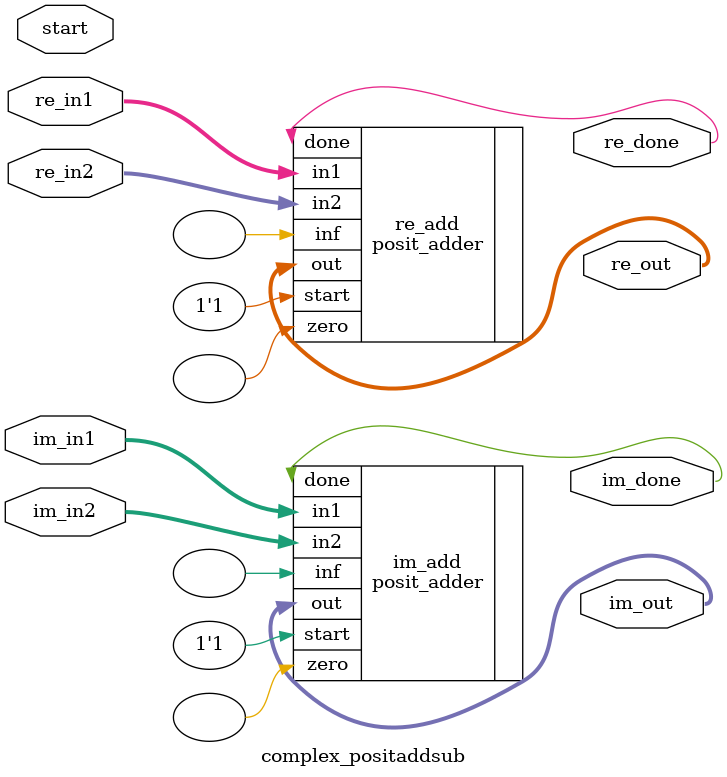
<source format=v>
`timescale 1ns / 1ps


module complex_positaddsub (re_in1, im_in1, re_in2, im_in2, start, re_out,im_out, re_done, im_done);
    
    parameter N = 8;
    //parameter Bs = log2(N); 
    parameter es = 2;	//Posit Exponent Size
    input[N-1:0] re_in1, im_in1;
    input[N-1:0] re_in2, im_in2;
    input start;
    output[N-1:0] re_out,im_out;
    output re_done, im_done;
    
    //module posit_adder (in1, in2, start, out, inf, zero, done);
    posit_adder re_add(.in1(re_in1),
                        .in2(re_in2),
                        .start(1'b1), 
                        .out(re_out), 
                        .inf(), 
                        .zero(), 
                        .done(re_done));
    posit_adder im_add(.in1(im_in1), 
                        .in2(im_in2), 
                        .start(1'b1), 
                        .out(im_out), 
                        .inf(), 
                        .zero(), 
                        .done(im_done));
    
endmodule

</source>
